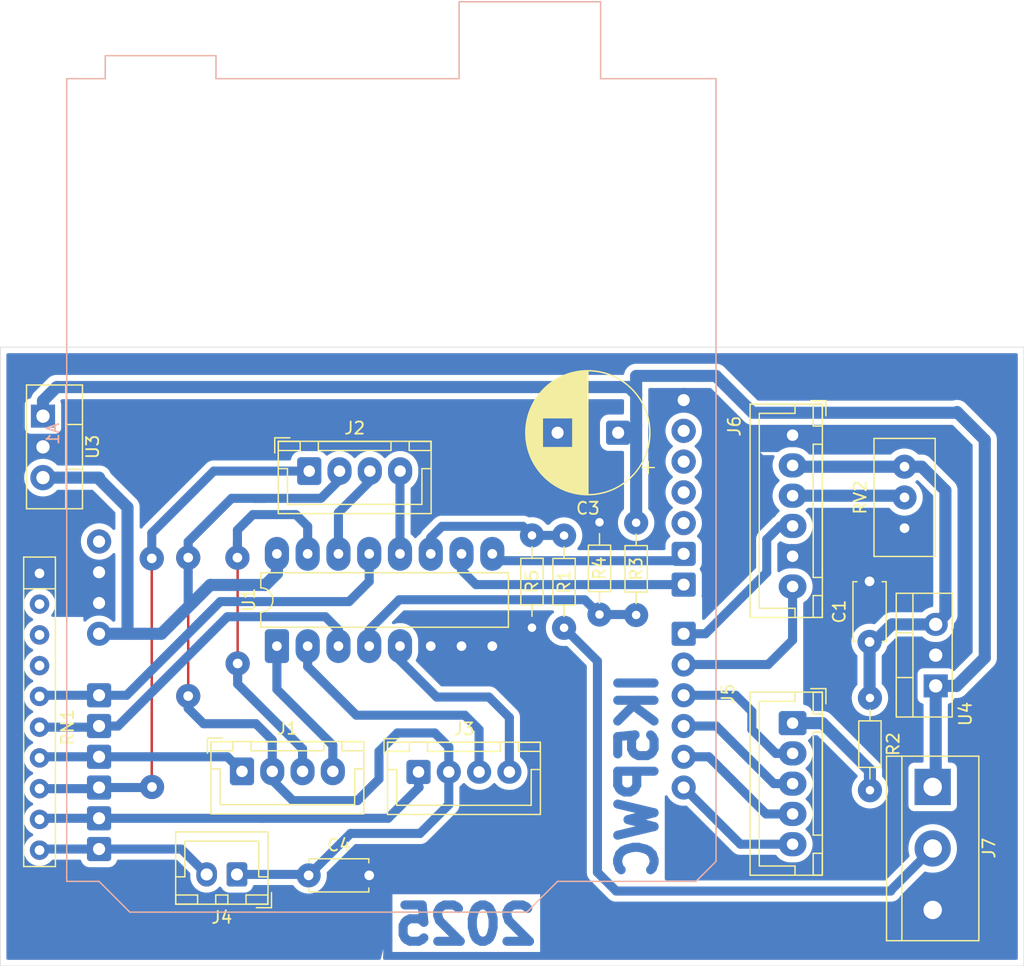
<source format=kicad_pcb>
(kicad_pcb (version 20241229) (generator "pcbnew") (generator_version "9.0")
  (layers (0 "F.Cu" signal) (2 "B.Cu" signal) (13 "F.Paste" user) (5 "F.SilkS" user "F.Silkscreen") (1 "F.Mask" user) (3 "B.Mask" user) (25 "Edge.Cuts" user))
  (net 0 "")
  (net 1 "+5VA")
  (net 4 "/LCD_D7")
  (net 5 "/BCD-2")
  (net 6 "/LCD_EN")
  (net 7 "/m2_Vbat")
  (net 8 "GND")
  (net 10 "/LCD_D5")
  (net 11 "/m1_Vbat")
  (net 12 "/LCD_D6")
  (net 13 "/LCD_RS")
  (net 14 "/m3_Vbat")
  (net 15 "Net-(A1-A1)")
  (net 18 "Net-(A1-A0)")
  (net 19 "/LCD_D4")
  (net 20 "/BCD-1")
  (net 21 "Net-(J6-Pin_3)")
  (net 22 "+5VD")
  (net 23 "/m1_Ibat")
  (net 24 "/m1_Iout")
  (net 25 "/m2_Ibat")
  (net 26 "/m2_Iout")
  (net 27 "/m3_Iout")
  (net 28 "/m3_Ibat")
  (net 29 "VCC")
  (net 30 "Net-(J7-Pin_2)")
  (net 31 "/PUSH")
  (net 32 "/ps_Vout")
  (net 33 "Net-(J5-Pin_1)")
  (net 34 "/ups_Vout")
  (footprint "Potentiometer_THT:Potentiometer_Bourns_3296W_Vertical" (layer "F.Cu") (at 119.3295 71.226 90)
    (property "Reference" "RV2" (at -2.54 -3.66 90) (layer "F.SilkS"))
    (property "Value" "10K")
    (pad "1" thru_hole circle (at 0 0 90) (size 2 2) (drill 0.8) (layers "*.Cu" "*.Mask") (remove_unused_layers yes) (net 22 "+5VD"))
    (pad "2" thru_hole circle (at -2.54 0 90) (size 2 2) (drill 0.8) (layers "*.Cu" "*.Mask") (remove_unused_layers yes) (net 21 "Net-(J6-Pin_3)"))
    (pad "3" thru_hole circle (at -5.08 0 90) (size 1.44 1.44) (drill 0.8) (layers "*.Cu" "*.Mask") (remove_unused_layers yes) (zone_layer_connections "B.Cu") (net 8 "GND"))
  )
  (footprint "Package_DIP:DIP-16_W7.62mm_LongPads" (layer "F.Cu") (at 67.52 86.045 90)
    (property "Reference" "U1" (at 3.81 -2.33 90) (layer "F.SilkS"))
    (property "Value" "4052")
    (pad "1" thru_hole roundrect (at 0 0 90) (size 2.8 2) (drill 0.8) (layers "*.Cu" "*.Mask") (remove_unused_layers yes) (roundrect_rratio 0.15625) (net 23 "/m1_Ibat"))
    (pad "2" thru_hole oval (at 0 2.54 90) (size 2.8 2) (drill 0.8) (layers "*.Cu" "*.Mask") (remove_unused_layers yes) (net 27 "/m3_Iout"))
    (pad "3" thru_hole oval (at 0 5.08 90) (size 2.8 2) (drill 0.8) (layers "*.Cu" "*.Mask") (remove_unused_layers yes) (net 15 "Net-(A1-A1)"))
    (pad "4" thru_hole oval (at 0 7.62 90) (size 2.8 2) (drill 0.8) (layers "*.Cu" "*.Mask") (remove_unused_layers yes) (net 34 "/ups_Vout"))
    (pad "5" thru_hole oval (at 0 10.16 90) (size 2.8 2) (drill 0.8) (layers "*.Cu" "*.Mask") (remove_unused_layers yes) (net 28 "/m3_Ibat"))
    (pad "6" thru_hole oval (at 0 12.7 90) (size 2.8 2) (drill 0.8) (layers "*.Cu" "*.Mask") (remove_unused_layers yes) (zone_layer_connections "B.Cu") (net 8 "GND"))
    (pad "7" thru_hole oval (at 0 15.24 90) (size 2.4 1.6) (drill 0.8) (layers "*.Cu" "*.Mask") (remove_unused_layers yes) (zone_layer_connections "B.Cu") (net 8 "GND"))
    (pad "8" thru_hole oval (at 0 17.78 90) (size 2.4 1.6) (drill 0.8) (layers "*.Cu" "*.Mask") (remove_unused_layers yes) (zone_layer_connections "B.Cu") (net 8 "GND"))
    (pad "9" thru_hole oval (at 7.62 17.78 90) (size 2.8 2) (drill 0.8) (layers "*.Cu" "*.Mask") (remove_unused_layers yes) (net 5 "/BCD-2"))
    (pad "10" thru_hole oval (at 7.62 15.24 90) (size 2.8 2) (drill 0.8) (layers "*.Cu" "*.Mask") (remove_unused_layers yes) (net 20 "/BCD-1"))
    (pad "11" thru_hole oval (at 7.62 12.7 90) (size 2.8 2) (drill 0.8) (layers "*.Cu" "*.Mask") (remove_unused_layers yes) (net 32 "/ps_Vout"))
    (pad "12" thru_hole oval (at 7.62 10.16 90) (size 2.8 2) (drill 0.8) (layers "*.Cu" "*.Mask") (remove_unused_layers yes) (net 25 "/m2_Ibat"))
    (pad "13" thru_hole oval (at 7.62 7.62 90) (size 2.8 2) (drill 0.8) (layers "*.Cu" "*.Mask") (remove_unused_layers yes) (net 18 "Net-(A1-A0)"))
    (pad "14" thru_hole oval (at 7.62 5.08 90) (size 2.8 2) (drill 0.8) (layers "*.Cu" "*.Mask") (remove_unused_layers yes) (net 26 "/m2_Iout"))
    (pad "15" thru_hole oval (at 7.62 2.54 90) (size 2.8 2) (drill 0.8) (layers "*.Cu" "*.Mask") (remove_unused_layers yes) (net 24 "/m1_Iout"))
    (pad "16" thru_hole oval (at 7.62 0 90) (size 2.8 2) (drill 0.8) (layers "*.Cu" "*.Mask") (remove_unused_layers yes) (net 1 "+5VA"))
  )
  (footprint "Package_TO_SOT_THT:TO-220-3_Vertical" (layer "F.Cu") (at 121.9045 89.331 90)
    (property "Reference" "U4" (at -2.315 2.45 90) (layer "F.SilkS"))
    (property "Value" "L7805")
    (pad "1" thru_hole rect (at 0 0 90) (size 1.905 2) (drill 1.1) (layers "*.Cu" "*.Mask") (remove_unused_layers yes) (net 29 "VCC"))
    (pad "2" thru_hole oval (at 2.54 0 90) (size 2 2) (drill 1.1) (layers "*.Cu" "*.Mask") (remove_unused_layers yes) (zone_layer_connections "B.Cu") (net 8 "GND"))
    (pad "3" thru_hole oval (at 5.08 0 90) (size 1.905 2) (drill 1.1) (layers "*.Cu" "*.Mask") (remove_unused_layers yes) (net 22 "+5VD"))
  )
  (footprint "TerminalBlock:TerminalBlock_bornier-3_P5.08mm" (layer "F.Cu") (at 121.6545 97.676 -90)
    (property "Reference" "J7" (at 5.05 -4.65 90) (layer "F.SilkS"))
    (property "Value" "DC_in_outout")
    (pad "1" thru_hole rect (at 0 0 270) (size 3 3) (drill 1.52) (layers "*.Cu" "*.Mask") (remove_unused_layers yes) (net 29 "VCC"))
    (pad "2" thru_hole circle (at 5.08 0 270) (size 3 3) (drill 1.52) (layers "*.Cu" "*.Mask") (remove_unused_layers yes) (net 30 "Net-(J7-Pin_2)"))
    (pad "3" thru_hole circle (at 10.16 0 270) (size 3 3) (drill 1.52) (layers "*.Cu" "*.Mask") (remove_unused_layers yes) (zone_layer_connections "B.Cu") (net 8 "GND"))
  )
  (footprint "Resistor_THT:R_Axial_DIN0204_L3.6mm_D1.6mm_P7.62mm_Horizontal" (layer "F.Cu") (at 94.15 83.435 90)
    (property "Reference" "R4" (at 3.81 0 90) (layer "F.SilkS"))
    (property "Value" "1K")
    (pad "1" thru_hole circle (at 0 0 90) (size 2 2) (drill 0.7) (layers "*.Cu" "*.Mask") (remove_unused_layers yes) (net 34 "/ups_Vout"))
    (pad "2" thru_hole circle (at 7.62 0 90) (size 2 2) (drill 0.7) (layers "*.Cu" "*.Mask") (remove_unused_layers yes) (zone_layer_connections "B.Cu") (net 8 "GND"))
  )
  (footprint "Capacitor_THT:C_Disc_D4.7mm_W2.5mm_P5.00mm" (layer "F.Cu") (at 70.14 104.98)
    (property "Reference" "C4" (at 2.5 -2.5 0) (layer "F.SilkS"))
    (property "Value" "100 nF")
    (pad "1" thru_hole circle (at 0 0) (size 2 2) (drill 0.8) (layers "*.Cu" "*.Mask") (remove_unused_layers yes) (net 1 "+5VA"))
    (pad "2" thru_hole circle (at 5 0) (size 1.6 1.6) (drill 0.8) (layers "*.Cu" "*.Mask") (remove_unused_layers yes) (zone_layer_connections "B.Cu") (net 8 "GND"))
  )
  (footprint "Connector_JST:JST_XH_B5B-XH-A_1x05_P2.50mm_Vertical" (layer "F.Cu") (at 110.0895 92.406 -90)
    (property "Reference" "J5" (at -2.41 5.33 90) (layer "F.SilkS"))
    (property "Value" "Display")
    (pad "1" thru_hole roundrect (at 0 0 270) (size 2 2.3) (drill 0.95) (layers "*.Cu" "*.Mask") (remove_unused_layers yes) (roundrect_rratio 0.147059) (net 33 "Net-(J5-Pin_1)"))
    (pad "2" thru_hole oval (at 2.5 0 270) (size 2 2.3) (drill 0.95) (layers "*.Cu" "*.Mask") (remove_unused_layers yes) (net 4 "/LCD_D7"))
    (pad "3" thru_hole oval (at 5 0 270) (size 2 2.3) (drill 0.95) (layers "*.Cu" "*.Mask") (remove_unused_layers yes) (net 12 "/LCD_D6"))
    (pad "4" thru_hole oval (at 7.5 0 270) (size 2 2.3) (drill 0.95) (layers "*.Cu" "*.Mask") (remove_unused_layers yes) (net 10 "/LCD_D5"))
    (pad "5" thru_hole oval (at 10 0 270) (size 2 2.3) (drill 0.95) (layers "*.Cu" "*.Mask") (remove_unused_layers yes) (net 19 "/LCD_D4"))
  )
  (footprint "Capacitor_THT:CP_Radial_D10.0mm_P5.00mm" (layer "F.Cu") (at 95.69 68.42 180)
    (property "Reference" "C3" (at 2.5 -6.25 0) (layer "F.SilkS"))
    (property "Value" "220 uF")
    (pad "1" thru_hole roundrect (at 0 0 180) (size 2 2) (drill 1) (layers "*.Cu" "*.Mask") (remove_unused_layers yes) (roundrect_rratio 0.125) (net 29 "VCC"))
    (pad "2" thru_hole circle (at 5 0 180) (size 2 2) (drill 1) (layers "*.Cu" "*.Mask") (remove_unused_layers yes) (zone_layer_connections "B.Cu") (net 8 "GND"))
  )
  (footprint "Resistor_THT:R_Array_SIP10" (layer "F.Cu") (at 47.925 80.04 -90)
    (property "Reference" "RN1" (at 12.7 -2.31 90) (layer "F.SilkS"))
    (property "Value" "4K7")
    (pad "1" thru_hole rect (at 0 0 270) (size 1.6 1.6) (drill 0.8) (layers "*.Cu" "*.Mask") (net 8 "GND"))
    (pad "2" thru_hole circle (at 2.54 0 270) (size 1.6 1.6) (drill 0.8) (layers "*.Cu" "*.Mask"))
    (pad "3" thru_hole circle (at 5.08 0 270) (size 1.6 1.6) (drill 0.8) (layers "*.Cu" "*.Mask"))
    (pad "4" thru_hole circle (at 7.62 0 270) (size 1.6 1.6) (drill 0.8) (layers "*.Cu" "*.Mask"))
    (pad "5" thru_hole circle (at 10.16 0 270) (size 1.6 1.6) (drill 0.8) (layers "*.Cu" "*.Mask") (net 18 "Net-(A1-A0)"))
    (pad "6" thru_hole circle (at 12.7 0 270) (size 1.6 1.6) (drill 0.8) (layers "*.Cu" "*.Mask") (net 15 "Net-(A1-A1)"))
    (pad "7" thru_hole circle (at 15.24 0 270) (size 1.6 1.6) (drill 0.8) (layers "*.Cu" "*.Mask") (net 11 "/m1_Vbat"))
    (pad "8" thru_hole circle (at 17.78 0 270) (size 1.6 1.6) (drill 0.8) (layers "*.Cu" "*.Mask") (net 7 "/m2_Vbat"))
    (pad "9" thru_hole circle (at 20.32 0 270) (size 1.6 1.6) (drill 0.8) (layers "*.Cu" "*.Mask") (net 14 "/m3_Vbat"))
    (pad "10" thru_hole circle (at 22.86 0 270) (size 1.6 1.6) (drill 0.8) (layers "*.Cu" "*.Mask") (net 31 "/PUSH"))
  )
  (footprint "Resistor_THT:R_Axial_DIN0204_L3.6mm_D1.6mm_P7.62mm_Horizontal" (layer "F.Cu") (at 91.225 76.915 -90)
    (property "Reference" "R1" (at 3.81 0 90) (layer "F.SilkS"))
    (property "Value" "3K")
    (pad "1" thru_hole circle (at 0 0 270) (size 2 2) (drill 0.7) (layers "*.Cu" "*.Mask") (remove_unused_layers yes) (net 32 "/ps_Vout"))
    (pad "2" thru_hole circle (at 7.62 0 270) (size 2 2) (drill 0.7) (layers "*.Cu" "*.Mask") (remove_unused_layers yes) (net 30 "Net-(J7-Pin_2)"))
  )
  (footprint "Resistor_THT:R_Axial_DIN0204_L3.6mm_D1.6mm_P7.62mm_Horizontal" (layer "F.Cu") (at 88.575 76.9025 -90)
    (property "Reference" "R5" (at 3.7975 0 90) (layer "F.SilkS"))
    (property "Value" "1K")
    (pad "1" thru_hole circle (at 0 0 270) (size 2 2) (drill 0.7) (layers "*.Cu" "*.Mask") (remove_unused_layers yes) (net 32 "/ps_Vout"))
    (pad "2" thru_hole circle (at 7.62 0 270) (size 1.4 1.4) (drill 0.7) (layers "*.Cu" "*.Mask") (remove_unused_layers yes) (zone_layer_connections "B.Cu") (net 8 "GND"))
  )
  (footprint "Connector_JST:JST_XH_B4B-XH-A_1x04_P2.50mm_Vertical" (layer "F.Cu") (at 70.19 71.59)
    (property "Reference" "J2" (at 3.75 -3.55 0) (layer "F.SilkS"))
    (property "Value" "Module2")
    (pad "1" thru_hole roundrect (at 0 0) (size 2 2.3) (drill 0.95) (layers "*.Cu" "*.Mask") (remove_unused_layers yes) (roundrect_rratio 0.147059) (net 7 "/m2_Vbat"))
    (pad "2" thru_hole oval (at 2.5 0) (size 2 2.3) (drill 0.95) (layers "*.Cu" "*.Mask") (remove_unused_layers yes) (net 1 "+5VA"))
    (pad "3" thru_hole oval (at 5 0) (size 2 2.3) (drill 0.95) (layers "*.Cu" "*.Mask") (remove_unused_layers yes) (net 26 "/m2_Iout"))
    (pad "4" thru_hole oval (at 7.5 0) (size 2 2.3) (drill 0.95) (layers "*.Cu" "*.Mask") (remove_unused_layers yes) (net 25 "/m2_Ibat"))
  )
  (footprint "Package_TO_SOT_THT:TO-220-3_Vertical" (layer "F.Cu") (at 48.21 67.05 -90)
    (property "Reference" "U3" (at 2.54 -4.1 90) (layer "F.SilkS"))
    (property "Value" "L7805")
    (pad "1" thru_hole rect (at 0 0 270) (size 1.905 2) (drill 1.1) (layers "*.Cu" "*.Mask") (remove_unused_layers yes) (net 29 "VCC"))
    (pad "2" thru_hole oval (at 2.54 0 270) (size 1.9 1.9) (drill 1.1) (layers "*.Cu" "*.Mask") (remove_unused_layers yes) (zone_layer_connections "B.Cu") (net 8 "GND"))
    (pad "3" thru_hole oval (at 5.08 0 270) (size 2.1 2.1) (drill 1.1) (layers "*.Cu" "*.Mask") (remove_unused_layers yes) (net 1 "+5VA"))
  )
  (footprint "Connector_JST:JST_XH_B4B-XH-A_1x04_P2.50mm_Vertical" (layer "F.Cu") (at 79.21 96.44)
    (property "Reference" "J3" (at 3.75 -3.55 0) (layer "F.SilkS"))
    (property "Value" "Module3")
    (pad "1" thru_hole roundrect (at 0 0) (size 2 2) (drill 0.95) (layers "*.Cu" "*.Mask") (remove_unused_layers yes) (roundrect_rratio 0.147059) (net 14 "/m3_Vbat"))
    (pad "2" thru_hole oval (at 2.5 0) (size 2 1.95) (drill 0.95) (layers "*.Cu" "*.Mask") (remove_unused_layers yes) (net 1 "+5VA"))
    (pad "3" thru_hole oval (at 5 0) (size 2 1.95) (drill 0.95) (layers "*.Cu" "*.Mask") (remove_unused_layers yes) (net 27 "/m3_Iout"))
    (pad "4" thru_hole oval (at 7.5 0) (size 2 1.95) (drill 0.95) (layers "*.Cu" "*.Mask") (remove_unused_layers yes) (net 28 "/m3_Ibat"))
  )
  (footprint "Connector_JST:JST_XH_B6B-XH-A_1x06_P2.50mm_Vertical" (layer "F.Cu") (at 110.0895 68.621 -90)
    (property "Reference" "J6" (at -0.74 4.81 90) (layer "F.SilkS"))
    (property "Value" "Display")
    (pad "1" thru_hole roundrect (at 0 0 270) (size 1.7 1.95) (drill 0.95) (layers "*.Cu" "*.Mask") (remove_unused_layers yes) (zone_layer_connections "B.Cu") (roundrect_rratio 0.147059) (net 8 "GND"))
    (pad "2" thru_hole oval (at 2.5 0 270) (size 2 2.3) (drill 0.95) (layers "*.Cu" "*.Mask") (remove_unused_layers yes) (net 22 "+5VD"))
    (pad "3" thru_hole oval (at 5 0 270) (size 2 2.3) (drill 0.95) (layers "*.Cu" "*.Mask") (remove_unused_layers yes) (net 21 "Net-(J6-Pin_3)"))
    (pad "4" thru_hole oval (at 7.5 0 270) (size 2 2.3) (drill 0.95) (layers "*.Cu" "*.Mask") (remove_unused_layers yes) (net 13 "/LCD_RS"))
    (pad "5" thru_hole oval (at 10 0 270) (size 2 2.3) (drill 0.95) (layers "*.Cu" "*.Mask") (remove_unused_layers yes) (zone_layer_connections "B.Cu") (net 8 "GND"))
    (pad "6" thru_hole oval (at 12.5 0 270) (size 2 2.3) (drill 0.95) (layers "*.Cu" "*.Mask") (remove_unused_layers yes) (net 6 "/LCD_EN"))
  )
  (footprint "Connector_JST:JST_XH_B2B-XH-A_1x02_P2.50mm_Vertical" (layer "F.Cu") (at 64.222 104.902 180)
    (property "Reference" "J4" (at 1.25 -3.55 0) (layer "F.SilkS"))
    (property "Value" "buttons")
    (pad "1" thru_hole roundrect (at 0 0 180) (size 1.7 2) (drill 1) (layers "*.Cu" "*.Mask") (roundrect_rratio 0.147059) (net 1 "+5VA"))
    (pad "2" thru_hole oval (at 2.5 0 180) (size 1.7 2) (drill 1) (layers "*.Cu" "*.Mask") (net 31 "/PUSH"))
  )
  (footprint "Capacitor_THT:C_Disc_D4.7mm_W2.5mm_P5.00mm" (layer "F.Cu") (at 116.4445 85.696 90)
    (property "Reference" "C1" (at 2.5 -2.5 90) (layer "F.SilkS"))
    (property "Value" "100 nF")
    (pad "1" thru_hole circle (at 0 0 90) (size 2 2) (drill 0.8) (layers "*.Cu" "*.Mask") (remove_unused_layers yes) (net 22 "+5VD"))
    (pad "2" thru_hole circle (at 5 0 90) (size 1.6 1.6) (drill 0.8) (layers "*.Cu" "*.Mask") (remove_unused_layers yes) (zone_layer_connections "B.Cu") (net 8 "GND"))
  )
  (footprint "Resistor_THT:R_Axial_DIN0204_L3.6mm_D1.6mm_P7.62mm_Horizontal" (layer "F.Cu") (at 116.4745 90.331 -90)
    (property "Reference" "R2" (at 3.81 -1.92 90) (layer "F.SilkS"))
    (property "Value" "68")
    (pad "1" thru_hole circle (at 0 0 270) (size 2 2) (drill 0.7) (layers "*.Cu" "*.Mask") (remove_unused_layers yes) (net 22 "+5VD"))
    (pad "2" thru_hole circle (at 7.62 0 270) (size 2 2) (drill 0.7) (layers "*.Cu" "*.Mask") (remove_unused_layers yes) (net 33 "Net-(J5-Pin_1)"))
  )
  (footprint "Resistor_THT:R_Axial_DIN0204_L3.6mm_D1.6mm_P7.62mm_Horizontal" (layer "F.Cu") (at 97.175 83.475 90)
    (property "Reference" "R3" (at 3.81 0 90) (layer "F.SilkS"))
    (property "Value" "3K")
    (pad "1" thru_hole circle (at 0 0 90) (size 2 2) (drill 0.7) (layers "*.Cu" "*.Mask") (remove_unused_layers yes) (net 34 "/ups_Vout"))
    (pad "2" thru_hole circle (at 7.62 0 90) (size 2 2) (drill 0.7) (layers "*.Cu" "*.Mask") (remove_unused_layers yes) (net 29 "VCC"))
  )
  (footprint "Connector_JST:JST_XH_B4B-XH-A_1x04_P2.50mm_Vertical" (layer "F.Cu") (at 64.636 96.39)
    (property "Reference" "J1" (at 3.75 -3.55 0) (layer "F.SilkS"))
    (property "Value" "Module1")
    (pad "1" thru_hole roundrect (at 0 0) (size 2 2.3) (drill 0.95) (layers "*.Cu" "*.Mask") (remove_unused_layers yes) (roundrect_rratio 0.147059) (net 11 "/m1_Vbat"))
    (pad "2" thru_hole oval (at 2.5 0) (size 2 2.3) (drill 0.95) (layers "*.Cu" "*.Mask") (remove_unused_layers yes) (net 1 "+5VA"))
    (pad "3" thru_hole oval (at 5 0) (size 2 2.3) (drill 0.95) (layers "*.Cu" "*.Mask") (remove_unused_layers yes) (net 24 "/m1_Iout"))
    (pad "4" thru_hole oval (at 7.5 0) (size 2 2.3) (drill 0.95) (layers "*.Cu" "*.Mask") (remove_unused_layers yes) (net 23 "/m1_Ibat"))
  )
  (footprint "custom_lib:Arduino_UNO_R2" (layer "B.Cu") (at 52.8395 67.246 -90)
    (property "Reference" "A1" (at 1.27 3.81 90) (layer "B.SilkS") (effects (justify mirror)))
    (property "Value" "Arduino_UNO_R2")
    (pad "5" thru_hole oval (at 10.16 0 180) (size 2 2) (drill 1) (layers "*.Cu" "*.Mask"))
    (pad "6" thru_hole oval (at 12.7 0) (size 2 2) (drill 1) (layers "*.Cu" "*.Mask") (remove_unused_layers yes) (zone_layer_connections "B.Cu") (net 8 "GND"))
    (pad "7" thru_hole oval (at 15.24 0) (size 2 2) (drill 1) (layers "*.Cu" "*.Mask") (remove_unused_layers yes) (zone_layer_connections "B.Cu") (net 8 "GND"))
    (pad "8" thru_hole oval (at 17.78 0 180) (size 2 2) (drill 1) (layers "*.Cu" "*.Mask") (remove_unused_layers yes) (net 1 "+5VA"))
    (pad "9" thru_hole roundrect (at 22.86 0) (size 2 2) (drill 1) (layers "*.Cu" "*.Mask") (remove_unused_layers yes) (roundrect_rratio 0.125) (net 18 "Net-(A1-A0)"))
    (pad "10" thru_hole roundrect (at 25.4 0) (size 2 2) (drill 1) (layers "*.Cu" "*.Mask") (remove_unused_layers yes) (roundrect_rratio 0.125) (net 15 "Net-(A1-A1)"))
    (pad "11" thru_hole roundrect (at 27.94 0) (size 2 2) (drill 1) (layers "*.Cu" "*.Mask") (remove_unused_layers yes) (roundrect_rratio 0.125) (net 11 "/m1_Vbat"))
    (pad "12" thru_hole roundrect (at 30.48 0) (size 2 2) (drill 1) (layers "*.Cu" "*.Mask") (remove_unused_layers yes) (roundrect_rratio 0.125) (net 7 "/m2_Vbat"))
    (pad "13" thru_hole roundrect (at 33.02 0) (size 2 2) (drill 1) (layers "*.Cu" "*.Mask") (remove_unused_layers yes) (roundrect_rratio 0.125) (net 14 "/m3_Vbat"))
    (pad "14" thru_hole roundrect (at 35.56 0) (size 2 2) (drill 1) (layers "*.Cu" "*.Mask") (remove_unused_layers yes) (roundrect_rratio 0.125) (net 31 "/PUSH"))
    (pad "17" thru_hole oval (at 30.48 -48.26 180) (size 2 2) (drill 1) (layers "*.Cu" "*.Mask") (remove_unused_layers yes) (net 19 "/LCD_D4"))
    (pad "18" thru_hole oval (at 27.94 -48.26) (size 2 2) (drill 1) (layers "*.Cu" "*.Mask") (remove_unused_layers yes) (net 10 "/LCD_D5"))
    (pad "19" thru_hole oval (at 25.4 -48.26) (size 2 2) (drill 1) (layers "*.Cu" "*.Mask") (remove_unused_layers yes) (net 12 "/LCD_D6"))
    (pad "20" thru_hole oval (at 22.86 -48.26) (size 2 2) (drill 1) (layers "*.Cu" "*.Mask") (remove_unused_layers yes) (net 4 "/LCD_D7"))
    (pad "21" thru_hole oval (at 20.32 -48.26) (size 2 2) (drill 1) (layers "*.Cu" "*.Mask") (remove_unused_layers yes) (net 6 "/LCD_EN"))
    (pad "22" thru_hole roundrect (at 17.78 -48.26) (size 2 2) (drill 1) (layers "*.Cu" "*.Mask") (remove_unused_layers yes) (roundrect_rratio 0.125) (net 13 "/LCD_RS"))
    (pad "23" thru_hole roundrect (at 13.72 -48.26) (size 2 2) (drill 1) (layers "*.Cu" "*.Mask") (remove_unused_layers yes) (roundrect_rratio 0.125) (net 20 "/BCD-1"))
    (pad "24" thru_hole roundrect (at 11.18 -48.26 180) (size 2 2) (drill 1) (layers "*.Cu" "*.Mask") (remove_unused_layers yes) (roundrect_rratio 0.15625) (net 5 "/BCD-2"))
    (pad "25" thru_hole oval (at 8.64 -48.26 180) (size 2 2) (drill 1) (layers "*.Cu" "*.Mask"))
    (pad "26" thru_hole oval (at 6.1 -48.26 180) (size 2 2) (drill 1) (layers "*.Cu" "*.Mask"))
    (pad "27" thru_hole oval (at 3.56 -48.26 180) (size 2 2) (drill 1) (layers "*.Cu" "*.Mask"))
    (pad "28" thru_hole oval (at 1.02 -48.26 180) (size 2 2) (drill 1) (layers "*.Cu" "*.Mask"))
    (pad "29" thru_hole oval (at -1.52 -48.26) (size 2 2) (drill 1) (layers "*.Cu" "*.Mask") (remove_unused_layers yes) (zone_layer_connections "B.Cu") (net 8 "GND"))
  )
  (gr_rect (start 44.6865 61.351) (end 129.1825 112.461) (stroke (width 0.05)) (fill no) (layer "Edge.Cuts"))
  (gr_text "2025" (at 89.29 110.83 0) (layer "B.Cu") (effects (font (size 3 3) (thickness 0.75) (bold yes)) (justify left bottom mirror)))
  (gr_text "IK5PWC" (at 99.06 87.884 90) (layer "B.Cu") (effects (font (size 3 3) (thickness 0.75) (bold yes)) (justify left bottom mirror)))
  (segment (start 60.198 78.74) (end 60.198 90.17) (width 0.2) (layer "F.Cu") (net 1))
  (via (at 60.198 90.17) (size 2) (drill 0.8) (layers "F.Cu" "B.Cu") (net 1))
  (via (at 60.198 78.74) (size 2) (drill 0.8) (layers "F.Cu" "B.Cu") (net 1))
  (segment (start 52.8395 85.026) (end 55.46 85.026) (width 0.75) (layer "B.Cu") (net 1))
  (segment (start 67.136 96.39) (end 67.136 97.108) (width 0.75) (layer "B.Cu") (net 1))
  (segment (start 66.581 80.993) (end 67.52 80.054) (width 1) (layer "B.Cu") (net 1))
  (segment (start 52.85 72.252) (end 55.189 74.591) (width 1) (layer "B.Cu") (net 1))
  (segment (start 80.555 93.218) (end 77.47 93.218) (width 0.75) (layer "B.Cu") (net 1))
  (segment (start 74.168 98.806) (end 75.946 97.028) (width 0.75) (layer "B.Cu") (net 1))
  (segment (start 70.14 104.98) (end 73.603 101.517) (width 0.75) (layer "B.Cu") (net 1))
  (segment (start 55.189 84.755) (end 55.46 85.026) (width 1) (layer "B.Cu") (net 1))
  (segment (start 61.892 81.118) (end 62.017 80.993) (width 1) (layer "B.Cu") (net 1))
  (segment (start 67.136 93.806) (end 65.786 92.456) (width 0.75) (layer "B.Cu") (net 1))
  (segment (start 67.52 80.054) (end 67.52 78.425) (width 1) (layer "B.Cu") (net 1))
  (segment (start 81.71 96.44) (end 81.71 99.138) (width 0.75) (layer "B.Cu") (net 1))
  (segment (start 72.69 72.306562) (end 71.157562 73.839) (width 0.75) (layer "B.Cu") (net 1))
  (segment (start 55.189 74.591) (end 55.189 84.755) (width 1) (layer "B.Cu") (net 1))
  (segment (start 75.946 97.028) (end 75.946 94.742) (width 0.75) (layer "B.Cu") (net 1))
  (segment (start 67.136 97.108) (end 68.834 98.806) (width 0.75) (layer "B.Cu") (net 1))
  (segment (start 79.331 101.517) (end 81.71 99.138) (width 0.75) (layer "B.Cu") (net 1))
  (segment (start 61.468 92.456) (end 60.198 91.186) (width 0.75) (layer "B.Cu") (net 1))
  (segment (start 62.017 80.993) (end 66.581 80.993) (width 1) (layer "B.Cu") (net 1))
  (segment (start 67.136 96.39) (end 67.136 93.806) (width 0.75) (layer "B.Cu") (net 1))
  (segment (start 48.21 72.13) (end 52.85 72.13) (width 1) (layer "B.Cu") (net 1))
  (segment (start 81.71 96.44) (end 81.71 94.488) (width 0.75) (layer "B.Cu") (net 1))
  (segment (start 73.603 101.517) (end 79.331 101.517) (width 0.75) (layer "B.Cu") (net 1))
  (segment (start 60.198 78.74) (end 60.198 77.422819) (width 0.75) (layer "B.Cu") (net 1))
  (segment (start 60.198 77.422819) (end 63.781819 73.839) (width 0.75) (layer "B.Cu") (net 1))
  (segment (start 60.198 78.74) (end 60.198 82.812) (width 0.75) (layer "B.Cu") (net 1))
  (segment (start 63.781819 73.839) (end 66.548 73.839) (width 0.75) (layer "B.Cu") (net 1))
  (segment (start 55.46 85.026) (end 57.984 85.026) (width 0.75) (layer "B.Cu") (net 1))
  (segment (start 57.984 85.026) (end 61.892 81.118) (width 1) (layer "B.Cu") (net 1))
  (segment (start 81.71 94.488) (end 81.71 94.373) (width 0.75) (layer "B.Cu") (net 1))
  (segment (start 52.8395 85.026) (end 57.984 85.026) (width 1) (layer "B.Cu") (net 1))
  (segment (start 64.222 104.902) (end 70.062 104.902) (width 0.75) (layer "B.Cu") (net 1))
  (segment (start 60.198 82.812) (end 60.075 82.935) (width 0.75) (layer "B.Cu") (net 1))
  (segment (start 67.136 96.39) (end 67.136 95.673438) (width 0.75) (layer "B.Cu") (net 1))
  (segment (start 60.075 82.935) (end 61.892 81.118) (width 0.75) (layer "B.Cu") (net 1))
  (segment (start 75.946 94.742) (end 77.47 93.218) (width 0.75) (layer "B.Cu") (net 1))
  (segment (start 70.062 104.902) (end 70.14 104.98) (width 0.75) (layer "B.Cu") (net 1))
  (segment (start 60.198 91.186) (end 60.198 90.17) (width 0.75) (layer "B.Cu") (net 1))
  (segment (start 81.71 94.373) (end 80.555 93.218) (width 0.75) (layer "B.Cu") (net 1))
  (segment (start 68.834 98.806) (end 74.168 98.806) (width 0.75) (layer "B.Cu") (net 1))
  (segment (start 57.984 85.026) (end 60.075 82.935) (width 0.75) (layer "B.Cu") (net 1))
  (segment (start 72.69 71.59) (end 72.69 72.306562) (width 0.75) (layer "B.Cu") (net 1))
  (segment (start 71.157562 73.839) (end 65.632065 73.839) (width 0.75) (layer "B.Cu") (net 1))
  (segment (start 65.786 92.456) (end 61.468 92.456) (width 0.75) (layer "B.Cu") (net 1))
  (segment (start 101.0995 90.106) (end 105.3945 90.106) (width 0.75) (layer "B.Cu") (net 4))
  (segment (start 108.6995 94.906) (end 110.0895 94.906) (width 0.75) (layer "B.Cu") (net 4))
  (segment (start 106.7245 91.436) (end 106.7245 92.931) (width 0.75) (layer "B.Cu") (net 4))
  (segment (start 105.3945 90.106) (end 106.7245 91.436) (width 0.75) (layer "B.Cu") (net 4))
  (segment (start 106.7245 92.931) (end 108.6995 94.906) (width 0.75) (layer "B.Cu") (net 4))
  (segment (start 85.869 78.994) (end 100.5315 78.994) (width 0.75) (layer "B.Cu") (net 5))
  (segment (start 100.5315 78.994) (end 101.0995 78.426) (width 0.75) (layer "B.Cu") (net 5))
  (segment (start 85.3 78.425) (end 85.869 78.994) (width 0.75) (layer "B.Cu") (net 5))
  (segment (start 108.0745 87.566) (end 101.0995 87.566) (width 0.75) (layer "B.Cu") (net 6))
  (segment (start 110.0895 85.551) (end 108.0745 87.566) (width 0.75) (layer "B.Cu") (net 6))
  (segment (start 110.0895 81.121) (end 110.0895 85.551) (width 0.75) (layer "B.Cu") (net 6))
  (segment (start 56.59 78.792) (end 56.642 78.74) (width 0.2) (layer "F.Cu") (net 7))
  (segment (start 57.19 97.66) (end 57.21 97.68) (width 0.2) (layer "F.Cu") (net 7))
  (segment (start 57.19 78.8) (end 57.19 97.66) (width 0.2) (layer "F.Cu") (net 7))
  (via (at 57.19 78.8) (size 2) (drill 0.8) (layers "F.Cu" "B.Cu") (net 7))
  (via (at 57.21 97.68) (size 2) (drill 0.8) (layers "F.Cu" "B.Cu") (net 7))
  (segment (start 57.19 76.71) (end 62.31 71.59) (width 0.75) (layer "B.Cu") (net 7))
  (segment (start 52.8395 97.726) (end 56.574 97.726) (width 0.75) (layer "B.Cu") (net 7))
  (segment (start 56.59 97.71) (end 56.61 97.69) (width 0.75) (layer "B.Cu") (net 7))
  (segment (start 47.925 97.82) (end 52.7455 97.82) (width 0.75) (layer "B.Cu") (net 7))
  (segment (start 56.65 78.732) (end 56.642 78.74) (width 0.75) (layer "B.Cu") (net 7))
  (segment (start 52.7455 97.82) (end 52.8395 97.726) (width 0.75) (layer "B.Cu") (net 7))
  (segment (start 62.31 71.59) (end 70.19 71.59) (width 0.75) (layer "B.Cu") (net 7))
  (segment (start 56.574 97.726) (end 56.59 97.71) (width 0.75) (layer "B.Cu") (net 7))
  (segment (start 57.19 78.8) (end 57.19 76.71) (width 0.75) (layer "B.Cu") (net 7))
  (segment (start 82.15 86.855) (end 82.42 86.585) (width 1) (layer "B.Cu") (net 8))
  (segment (start 101.0995 95.186) (end 103.1745 95.186) (width 0.75) (layer "B.Cu") (net 10))
  (segment (start 103.1745 95.186) (end 107.8945 99.906) (width 0.75) (layer "B.Cu") (net 10))
  (segment (start 107.8945 99.906) (end 110.0895 99.906) (width 0.75) (layer "B.Cu") (net 10))
  (segment (start 52.8395 95.186) (end 63.432 95.186) (width 0.75) (layer "B.Cu") (net 11))
  (segment (start 52.8395 95.186) (end 48.019 95.186) (width 0.75) (layer "B.Cu") (net 11))
  (segment (start 48.019 95.186) (end 47.925 95.28) (width 0.75) (layer "B.Cu") (net 11))
  (segment (start 63.432 95.186) (end 64.636 96.39) (width 0.75) (layer "B.Cu") (net 11))
  (segment (start 108.5445 97.406) (end 110.0895 97.406) (width 0.75) (layer "B.Cu") (net 12))
  (segment (start 103.7845 92.646) (end 101.0995 92.646) (width 0.75) (layer "B.Cu") (net 12))
  (segment (start 108.5445 97.406) (end 103.7845 92.646) (width 0.75) (layer "B.Cu") (net 12))
  (segment (start 102.890318 85.026) (end 101.0995 85.026) (width 0.75) (layer "B.Cu") (net 13))
  (segment (start 110.0895 76.121) (end 109.0645 76.121) (width 0.75) (layer "B.Cu") (net 13))
  (segment (start 107.9545 77.231) (end 107.9545 79.961818) (width 0.75) (layer "B.Cu") (net 13))
  (segment (start 107.9545 79.961818) (end 102.890318 85.026) (width 0.75) (layer "B.Cu") (net 13))
  (segment (start 109.0645 76.121) (end 107.9545 77.231) (width 0.75) (layer "B.Cu") (net 13))
  (segment (start 79.21 96.44) (end 79.21 97.65) (width 0.75) (layer "B.Cu") (net 14))
  (segment (start 52.8395 100.266) (end 66.31 100.266) (width 0.75) (layer "B.Cu") (net 14))
  (segment (start 79.21 97.65) (end 79.26 97.7) (width 0.75) (layer "B.Cu") (net 14))
  (segment (start 52.8395 100.266) (end 48.019 100.266) (width 0.75) (layer "B.Cu") (net 14))
  (segment (start 66.31 100.266) (end 76.694 100.266) (width 0.75) (layer "B.Cu") (net 14))
  (segment (start 76.694 100.266) (end 79.26 97.7) (width 0.75) (layer "B.Cu") (net 14))
  (segment (start 48.019 100.266) (end 47.925 100.36) (width 0.75) (layer "B.Cu") (net 14))
  (segment (start 51.7 92.74) (end 52.7455 92.74) (width 0.75) (layer "B.Cu") (net 15))
  (segment (start 63.43 83.62) (end 71.525 83.62) (width 0.75) (layer "B.Cu") (net 15))
  (segment (start 71.525 83.62) (end 72.6 84.695) (width 0.75) (layer "B.Cu") (net 15))
  (segment (start 47.925 92.74) (end 51.7 92.74) (width 0.75) (layer "B.Cu") (net 15))
  (segment (start 53.304832 92.74) (end 51.7 92.74) (width 0.75) (layer "B.Cu") (net 15))
  (segment (start 54.404 92.646) (end 63.43 83.62) (width 0.75) (layer "B.Cu") (net 15))
  (segment (start 52.8395 92.646) (end 54.404 92.646) (width 0.75) (layer "B.Cu") (net 15))
  (segment (start 52.7455 92.74) (end 52.8395 92.646) (width 0.75) (layer "B.Cu") (net 15))
  (segment (start 72.6 84.695) (end 72.6 86.045) (width 0.75) (layer "B.Cu") (net 15))
  (segment (start 75.14 78.425) (end 75.14 80.708) (width 0.75) (layer "B.Cu") (net 18))
  (segment (start 55.111772 90.106) (end 52.8395 90.106) (width 0.75) (layer "B.Cu") (net 18))
  (segment (start 75.14 80.708) (end 73.479 82.369) (width 0.75) (layer "B.Cu") (net 18))
  (segment (start 74.825 78.94) (end 74.8 78.965) (width 0.75) (layer "B.Cu") (net 18))
  (segment (start 52.8395 90.106) (end 48.019 90.106) (width 0.75) (layer "B.Cu") (net 18))
  (segment (start 62.829886 82.387886) (end 62.848772 82.369) (width 0.75) (layer "B.Cu") (net 18))
  (segment (start 62.829886 82.387886) (end 55.111772 90.106) (width 0.75) (layer "B.Cu") (net 18))
  (segment (start 48.019 90.106) (end 47.925 90.2) (width 0.75) (layer "B.Cu") (net 18))
  (segment (start 62.848772 82.369) (end 73.479 82.369) (width 0.75) (layer "B.Cu") (net 18))
  (segment (start 101.0995 97.726) (end 105.7795 102.406) (width 0.75) (layer "B.Cu") (net 19))
  (segment (start 105.7795 102.406) (end 110.0895 102.406) (width 0.75) (layer "B.Cu") (net 19))
  (segment (start 83.951 80.966) (end 82.76 79.775) (width 0.75) (layer "B.Cu") (net 20))
  (segment (start 82.76 79.775) (end 82.76 78.425) (width 0.75) (layer "B.Cu") (net 20))
  (segment (start 101.0995 80.966) (end 83.951 80.966) (width 0.75) (layer "B.Cu") (net 20))
  (segment (start 101.0995 80.966) (end 100.8245 81.241) (width 0.75) (layer "B.Cu") (net 20))
  (segment (start 110.0895 73.621) (end 119.1845 73.621) (width 1) (layer "B.Cu") (net 21))
  (segment (start 119.1845 73.621) (end 119.3295 73.766) (width 1) (layer "B.Cu") (net 21))
  (segment (start 122.7045 73.186787) (end 120.743713 71.226) (width 1) (layer "B.Cu") (net 22))
  (segment (start 110.1945 71.226) (end 110.0895 71.121) (width 1) (layer "B.Cu") (net 22))
  (segment (start 118.2895 84.251) (end 116.4495 86.091) (width 1) (layer "B.Cu") (net 22))
  (segment (start 121.9045 84.251) (end 122.7045 83.451) (width 1) (layer "B.Cu") (net 22))
  (segment (start 120.743713 71.226) (end 119.3295 71.226) (width 1) (layer "B.Cu") (net 22))
  (segment (start 116.4445 90.301) (end 116.4745 90.331) (width 1) (layer "B.Cu") (net 22))
  (segment (start 119.3295 71.226) (end 110.1945 71.226) (width 1) (layer "B.Cu") (net 22))
  (segment (start 121.9045 84.251) (end 118.2895 84.251) (width 1) (layer "B.Cu") (net 22))
  (segment (start 122.7045 83.451) (end 122.7045 73.186787) (width 1) (layer "B.Cu") (net 22))
  (segment (start 116.4445 85.696) (end 116.4445 90.301) (width 1) (layer "B.Cu") (net 22))
  (segment (start 72.136 94.234) (end 72.136 96.39) (width 0.75) (layer "B.Cu") (net 23))
  (segment (start 67.52 89.618) (end 72.136 94.234) (width 0.75) (layer "B.Cu") (net 23))
  (segment (start 67.52 86.045) (end 67.52 89.618) (width 0.75) (layer "B.Cu") (net 23))
  (segment (start 64.28 78.758) (end 64.28 87.48) (width 0.2) (layer "F.Cu") (net 24))
  (segment (start 64.262 78.74) (end 64.28 78.758) (width 0.2) (layer "F.Cu") (net 24))
  (via (at 64.262 78.74) (size 2) (drill 0.8) (layers "F.Cu" "B.Cu") (net 24))
  (via (at 64.28 87.48) (size 2) (drill 0.8) (layers "F.Cu" "B.Cu") (net 24))
  (segment (start 70.06 76.156) (end 70.06 78.425) (width 0.75) (layer "B.Cu") (net 24))
  (segment (start 65.532 75.184) (end 69.088 75.184) (width 0.75) (layer "B.Cu") (net 24))
  (segment (start 69.636 94.528) (end 64.28 89.172) (width 0.75) (layer "B.Cu") (net 24))
  (segment (start 64.28 89.172) (end 64.28 88.646) (width 0.75) (layer "B.Cu") (net 24))
  (segment (start 64.28 88.646) (end 64.28 87.48) (width 0.75) (layer "B.Cu") (net 24))
  (segment (start 64.262 76.454) (end 65.532 75.184) (width 0.75) (layer "B.Cu") (net 24))
  (segment (start 69.636 96.39) (end 69.636 94.528) (width 0.75) (layer "B.Cu") (net 24))
  (segment (start 64.28 87.48) (end 64.28 87.902) (width 1) (layer "B.Cu") (net 24))
  (segment (start 64.262 78.74) (end 64.262 77.47) (width 0.75) (layer "B.Cu") (net 24))
  (segment (start 69.088 75.184) (end 70.06 76.156) (width 0.75) (layer "B.Cu") (net 24))
  (segment (start 64.262 78.74) (end 64.262 76.454) (width 0.75) (layer "B.Cu") (net 24))
  (segment (start 77.68 71.6) (end 77.69 71.59) (width 0.75) (layer "B.Cu") (net 25))
  (segment (start 77.68 78.425) (end 77.68 71.6) (width 0.75) (layer "B.Cu") (net 25))
  (segment (start 72.6 78.425) (end 72.6 75.02) (width 0.75) (layer "B.Cu") (net 26))
  (segment (start 72.6 75.02) (end 75.19 72.43) (width 0.75) (layer "B.Cu") (net 26))
  (segment (start 72.325 78.9) (end 72.26 78.965) (width 0.75) (layer "B.Cu") (net 26))
  (segment (start 75.19 72.43) (end 75.19 71.59) (width 0.75) (layer "B.Cu") (net 26))
  (segment (start 83.03 91.75) (end 74.075 91.75) (width 0.75) (layer "B.Cu") (net 27))
  (segment (start 84.21 96.44) (end 84.21 92.93) (width 0.75) (layer "B.Cu") (net 27))
  (segment (start 70.06 87.735) (end 70.06 86.045) (width 0.75) (layer "B.Cu") (net 27))
  (segment (start 84.05 92.77) (end 83.03 91.75) (width 0.75) (layer "B.Cu") (net 27))
  (segment (start 74.075 91.75) (end 70.06 87.735) (width 0.75) (layer "B.Cu") (net 27))
  (segment (start 80.71 90.25) (end 85.02 90.25) (width 0.75) (layer "B.Cu") (net 28))
  (segment (start 85.02 90.25) (end 86.71 91.94) (width 0.75) (layer "B.Cu") (net 28))
  (segment (start 86.71 91.94) (end 86.71 96.44) (width 0.75) (layer "B.Cu") (net 28))
  (segment (start 77.68 86.045) (end 77.68 87.22) (width 0.75) (layer "B.Cu") (net 28))
  (segment (start 77.68 87.22) (end 80.71 90.25) (width 0.75) (layer "B.Cu") (net 28))
  (segment (start 48.21 67.05) (end 48.21 65.78) (width 1) (layer "B.Cu") (net 29))
  (segment (start 125.9545 69.006) (end 123.6645 66.716) (width 1) (layer "B.Cu") (net 29))
  (segment (start 97.175 65.27) (end 97.175 63.74) (width 1) (layer "B.Cu") (net 29))
  (segment (start 96.555 64.65) (end 97.175 65.27) (width 1) (layer "B.Cu") (net 29))
  (segment (start 48.21 65.78) (end 49.34 64.65) (width 1) (layer "B.Cu") (net 29))
  (segment (start 49.34 64.65) (end 96.555 64.65) (width 1) (layer "B.Cu") (net 29))
  (segment (start 121.9045 89.331) (end 121.9045 97.426) (width 1) (layer "B.Cu") (net 29))
  (segment (start 125.9545 87.006) (end 125.9545 69.006) (width 1) (layer "B.Cu") (net 29))
  (segment (start 123.6645 66.716) (end 123.6105 66.77) (width 1) (layer "B.Cu") (net 29))
  (segment (start 123.6295 89.331) (end 125.9545 87.006) (width 1) (layer "B.Cu") (net 29))
  (segment (start 97.19 63.725) (end 102.325 63.725) (width 1) (layer "B.Cu") (net 29))
  (segment (start 95.69 68.42) (end 96.595 68.42) (width 1) (layer "B.Cu") (net 29))
  (segment (start 123.6105 66.77) (end 108.9175 66.77) (width 1) (layer "B.Cu") (net 29))
  (segment (start 121.9045 97.426) (end 121.6545 97.676) (width 1) (layer "B.Cu") (net 29))
  (segment (start 96.595 68.42) (end 97.175 67.84) (width 1) (layer "B.Cu") (net 29))
  (segment (start 103.7545 63.725) (end 106.7995 66.77) (width 1) (layer "B.Cu") (net 29))
  (segment (start 121.6175 97.639) (end 121.6545 97.676) (width 1) (layer "B.Cu") (net 29))
  (segment (start 106.7995 66.77) (end 108.9175 66.77) (width 1) (layer "B.Cu") (net 29))
  (segment (start 97.175 67.84) (end 97.175 65.27) (width 1) (layer "B.Cu") (net 29))
  (segment (start 97.175 67.84) (end 97.175 75.855) (width 1) (layer "B.Cu") (net 29))
  (segment (start 97.175 63.74) (end 97.19 63.725) (width 1) (layer "B.Cu") (net 29))
  (segment (start 121.9045 89.331) (end 123.6295 89.331) (width 1) (layer "B.Cu") (net 29))
  (segment (start 102.325 63.725) (end 103.7545 63.725) (width 1) (layer "B.Cu") (net 29))
  (segment (start 95.525 106.275) (end 118.2 106.275) (width 0.75) (layer "B.Cu") (net 30))
  (segment (start 93.98 87.29) (end 93.98 104.73) (width 0.75) (layer "B.Cu") (net 30))
  (segment (start 91.225 84.535) (end 93.98 87.29) (width 0.75) (layer "B.Cu") (net 30))
  (segment (start 118.2 106.2105) (end 121.6545 102.756) (width 0.75) (layer "B.Cu") (net 30))
  (segment (start 93.98 104.73) (end 95.525 106.275) (width 0.75) (layer "B.Cu") (net 30))
  (segment (start 48.019 102.806) (end 47.925 102.9) (width 0.75) (layer "B.Cu") (net 31))
  (segment (start 52.8395 102.806) (end 59.626 102.806) (width 0.75) (layer "B.Cu") (net 31))
  (segment (start 59.626 102.806) (end 61.722 104.902) (width 0.75) (layer "B.Cu") (net 31))
  (segment (start 52.8395 102.806) (end 48.019 102.806) (width 0.75) (layer "B.Cu") (net 31))
  (segment (start 80.22 78.425) (end 80.22 77.075) (width 0.75) (layer "B.Cu") (net 32))
  (segment (start 91.2125 76.9025) (end 91.225 76.915) (width 0.75) (layer "B.Cu") (net 32))
  (segment (start 88.575 76.9025) (end 91.2125 76.9025) (width 0.75) (layer "B.Cu") (net 32))
  (segment (start 87.8215 76.149) (end 88.575 76.9025) (width 0.75) (layer "B.Cu") (net 32))
  (segment (start 80.22 77.075) (end 81.146 76.149) (width 0.75) (layer "B.Cu") (net 32))
  (segment (start 81.146 76.149) (end 87.8215 76.149) (width 0.75) (layer "B.Cu") (net 32))
  (segment (start 112.5545 92.406) (end 116.4745 96.326) (width 1) (layer "B.Cu") (net 33))
  (segment (start 116.4745 96.326) (end 116.4745 97.951) (width 1) (layer "B.Cu") (net 33))
  (segment (start 110.0895 92.406) (end 112.5545 92.406) (width 1) (layer "B.Cu") (net 33))
  (segment (start 75.14 86.045) (end 75.14 84.695) (width 0.75) (layer "B.Cu") (net 34))
  (segment (start 92.932 82.217) (end 94.15 83.435) (width 0.75) (layer "B.Cu") (net 34))
  (segment (start 94.15 83.435) (end 97.135 83.435) (width 0.75) (layer "B.Cu") (net 34))
  (segment (start 75.14 84.695) (end 77.618 82.217) (width 0.75) (layer "B.Cu") (net 34))
  (segment (start 77.618 82.217) (end 92.932 82.217) (width 0.75) (layer "B.Cu") (net 34))
  (segment (start 97.135 83.435) (end 97.175 83.475) (width 0.75) (layer "B.Cu") (net 34))
  (zone (net 0) (net_name "") (layer "B.Cu") (connect_pads yes (clearance 0)) (min_thickness 0.5)
    (keepout (tracks not_allowed) (vias not_allowed) (pads not_allowed) (copperpour not_allowed) (footprints allowed))
    (fill (thermal_gap 0.5) (thermal_bridge_width 0.5))
    (polygon (pts (xy 107.4085 70.018) (xy 108.9325 70.018) (xy 108.6785 70.272) (xy 107.6625 70.272)))
  )
  (zone (net 8) (net_name "GND") (layer "B.Cu") (connect_pads yes (clearance 0.5)) (min_thickness 0.25) (fill yes (thermal_gap 0.5) (thermal_bridge_width 0.5))
    (polygon (pts (xy 44.7 61.375) (xy 129.1725 61.382) (xy 129.1725 112.441) (xy 44.7 112.45)))
  )
  (zone (net 0) (net_name "") (layer "B.Cu") (connect_pads (clearance 0)) (min_thickness 0.25)
    (keepout (tracks not_allowed) (vias not_allowed) (pads not_allowed) (copperpour not_allowed) (footprints allowed))
    (fill (thermal_gap 0.5) (thermal_bridge_width 0.5))
    (polygon (pts (xy 48.72 83.63) (xy 51.54 83.64) (xy 51.54 84.54) (xy 51.33 84.75) (xy 50.46 84.75)))
  )
  (zone (net 0) (net_name "") (layer "B.Cu") (connect_pads (clearance 0)) (min_thickness 0.25)
    (keepout (tracks not_allowed) (vias not_allowed) (pads not_allowed) (copperpour not_allowed) (footprints allowed))
    (fill (thermal_gap 0.5) (thermal_bridge_width 0.5))
    (polygon (pts (xy 102.616 82.042) (xy 102.616 83.82) (xy 101.854 83.82) (xy 101.6 83.566) (xy 101.6 83.058)))
  )
  (zone (net 0) (net_name "") (layer "B.Cu") (connect_pads yes (clearance 0)) (min_thickness 0.5)
    (keepout (tracks not_allowed) (vias not_allowed) (pads not_allowed) (copperpour not_allowed) (footprints allowed))
    (fill (thermal_gap 0.5) (thermal_bridge_width 0.5))
    (polygon (pts (xy 110.9645 90.846) (xy 110.9645 88.052) (xy 110.9645 85.258) (xy 109.9485 89.83) (xy 109.9485 90.084)))
  )
  (zone (net 0) (net_name "") (layer "B.Cu") (connect_pads (clearance 0)) (min_thickness 0.25)
    (keepout (tracks not_allowed) (vias not_allowed) (pads not_allowed) (copperpour not_allowed) (footprints allowed))
    (fill (thermal_gap 0.5) (thermal_bridge_width 0.5))
    (polygon (pts (xy 76.3045 111.056) (xy 76.2795 112.031) (xy 76.0795 111.956)))
  )
)
</source>
